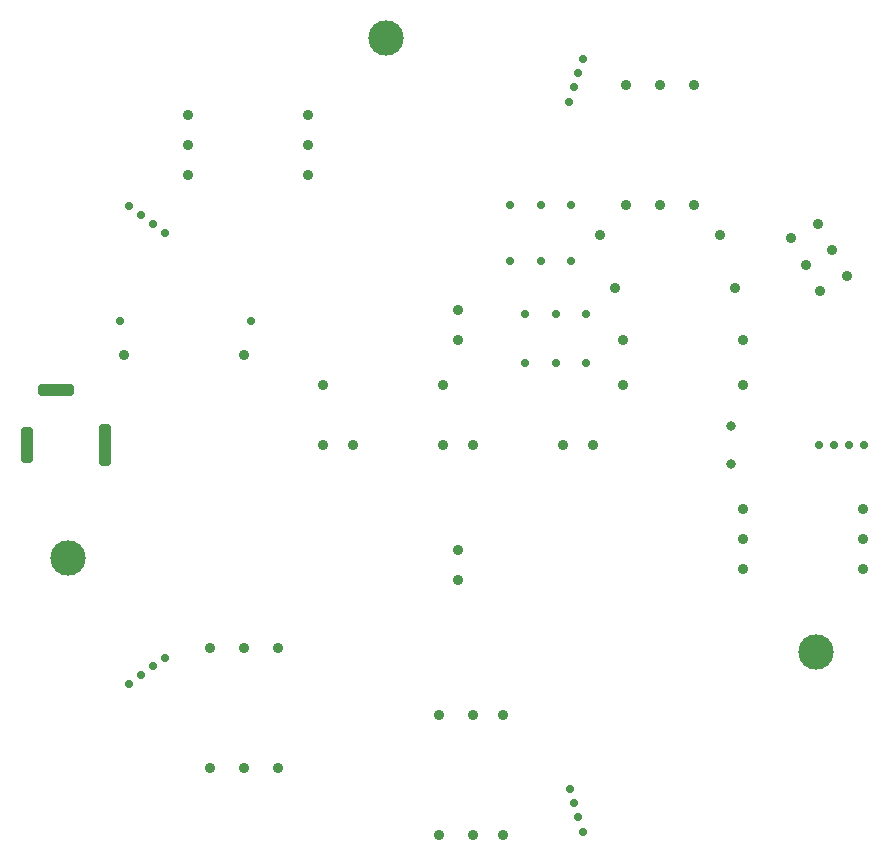
<source format=gbr>
G04 Generated by Ultiboard 14.0 *
%FSLAX46Y46*%
%MOMM*%

%ADD11C,0.900000*%
%ADD12C,0.700000*%
%ADD13R,0.500000X3.000000*%
%ADD14C,0.500000*%
%ADD15R,0.500000X2.500000*%
%ADD16R,2.500000X0.500000*%
%ADD17C,0.800000*%
%ADD18C,3.000000*%


G04 ColorRGB 000000 for the following layer *
%LNDrill-Copper Top-Copper Bottom*%
%LPD*%
G54D11*
X1270000Y0D03*
X-1270000Y0D03*
X28258468Y17501081D03*
X30480000Y18732500D03*
X31711419Y16510968D03*
X32942839Y14289435D03*
X29489887Y15279548D03*
X30721306Y13058016D03*
X0Y-11430000D03*
X0Y-8890000D03*
X-11430000Y0D03*
X-8890000Y0D03*
X0Y11430000D03*
X0Y8890000D03*
X-1270000Y5080000D03*
X-11430000Y5080000D03*
X12065000Y17780000D03*
X22225000Y17780000D03*
X14287500Y30480000D03*
X14287500Y20320000D03*
X17145000Y30480000D03*
X17145000Y20320000D03*
X20002500Y30480000D03*
X20002500Y20320000D03*
X-1587500Y-33020000D03*
X-1587500Y-22860000D03*
X1270000Y-33020000D03*
X1270000Y-22860000D03*
X3810000Y-33020000D03*
X3810000Y-22860000D03*
X34290000Y-10477500D03*
X24130000Y-10477500D03*
X34290000Y-7937500D03*
X24130000Y-7937500D03*
X34290000Y-5397500D03*
X24130000Y-5397500D03*
X8890000Y0D03*
X11430000Y0D03*
X-18097500Y7620000D03*
X-28257500Y7620000D03*
X-18097500Y-27305000D03*
X-18097500Y-17144999D03*
X-20955000Y-27305000D03*
X-20955000Y-17145000D03*
X-15240000Y-27305000D03*
X-15240000Y-17145000D03*
X-22860000Y22860000D03*
X-12700000Y22860000D03*
X-22860000Y25400000D03*
X-12700000Y25400000D03*
X13970000Y5080000D03*
X24130000Y5080000D03*
X13970000Y8890000D03*
X24130000Y8890000D03*
X13335000Y13335000D03*
X23495000Y13335000D03*
X-22860000Y27940000D03*
X-12700000Y27940000D03*
G54D12*
X10228708Y-31516591D03*
X10600020Y-32731098D03*
X9857396Y-30302084D03*
X9486084Y-29087577D03*
X-27834229Y-20222752D03*
X-26806777Y-19476265D03*
X-24751873Y-17983291D03*
X-25779325Y-18729778D03*
X30595000Y0D03*
X31865000Y0D03*
X34405000Y0D03*
X33135000Y0D03*
X10239278Y31513258D03*
X9846827Y30305416D03*
X9454376Y29097574D03*
X10631729Y32721100D03*
X5715000Y6985000D03*
X8315000Y6985000D03*
X10915000Y6985000D03*
X-28575000Y10477500D03*
X-17462500Y10477500D03*
X9645000Y15557500D03*
X4445000Y15557500D03*
X7045000Y15557500D03*
X5715000Y11112500D03*
X8315000Y11112500D03*
X10915000Y11112500D03*
X7045000Y20320000D03*
X9645000Y20320000D03*
X4445000Y20320000D03*
X-25779326Y18729778D03*
X-24751874Y17983291D03*
X-26806778Y19476265D03*
X-27834230Y20222752D03*
G54D13*
X-29845000Y0D03*
G54D14*
X-30095000Y-1500000D02*
X-29595000Y-1500000D01*
X-29595000Y1500000D01*
X-30095000Y1500000D01*
X-30095000Y-1500000D01*D02*
X-36695000Y-1250000D02*
X-36195000Y-1250000D01*
X-36195000Y1250000D01*
X-36695000Y1250000D01*
X-36695000Y-1250000D01*D02*
X-35245000Y4450000D02*
X-32745000Y4450000D01*
X-32745000Y4950000D01*
X-35245000Y4950000D01*
X-35245000Y4450000D01*D02*
G54D15*
X-36445000Y0D03*
G54D16*
X-33995000Y4700000D03*
G54D17*
X23177500Y1587500D03*
X23177500Y-1587500D03*
G54D18*
X30310889Y-17500001D03*
X-33020000Y-9525000D03*
X-6077686Y34468272D03*

M02*

</source>
